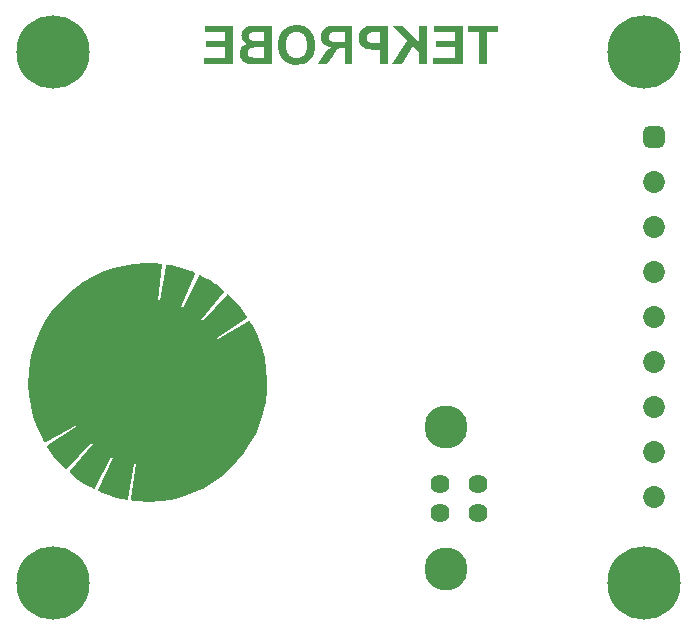
<source format=gbs>
G04*
G04 #@! TF.GenerationSoftware,Altium Limited,Altium Designer,20.0.13 (296)*
G04*
G04 Layer_Color=16711935*
%FSLAX25Y25*%
%MOIN*%
G70*
G01*
G75*
%ADD37C,0.06391*%
%ADD38C,0.14383*%
%ADD39C,0.07296*%
G04:AMPARAMS|DCode=40|XSize=72.96mil|YSize=72.96mil|CornerRadius=20.24mil|HoleSize=0mil|Usage=FLASHONLY|Rotation=270.000|XOffset=0mil|YOffset=0mil|HoleType=Round|Shape=RoundedRectangle|*
%AMROUNDEDRECTD40*
21,1,0.07296,0.03248,0,0,270.0*
21,1,0.03248,0.07296,0,0,270.0*
1,1,0.04048,-0.01624,-0.01624*
1,1,0.04048,-0.01624,0.01624*
1,1,0.04048,0.01624,0.01624*
1,1,0.04048,0.01624,-0.01624*
%
%ADD40ROUNDEDRECTD40*%
%ADD41C,0.24422*%
%ADD54C,0.04737*%
G36*
X144226Y192733D02*
X141644D01*
Y196598D01*
X139545Y198748D01*
X136013Y192733D01*
X132664D01*
X137762Y200563D01*
X132914Y205545D01*
X136396D01*
X141644Y199847D01*
Y205545D01*
X144226D01*
Y192733D01*
D02*
G37*
G36*
X168000Y203379D02*
X164201D01*
Y192733D01*
X161619D01*
Y203379D01*
X157837D01*
Y205545D01*
X168000D01*
Y203379D01*
D02*
G37*
G36*
X156155Y192733D02*
X146425D01*
Y194899D01*
X153572D01*
Y198381D01*
X147158D01*
Y200547D01*
X153572D01*
Y203379D01*
X146675D01*
Y205545D01*
X156155D01*
Y192733D01*
D02*
G37*
G36*
X131298D02*
X128716D01*
Y197565D01*
X126716D01*
X126417Y197581D01*
X126133D01*
X125883Y197598D01*
X125634Y197615D01*
X125417Y197631D01*
X125217Y197648D01*
X125050Y197665D01*
X124884Y197681D01*
X124751Y197698D01*
X124634D01*
X124534Y197715D01*
X124467Y197731D01*
X124417Y197748D01*
X124367D01*
X124118Y197815D01*
X123868Y197898D01*
X123651Y197998D01*
X123451Y198098D01*
X123268Y198198D01*
X123151Y198281D01*
X123068Y198331D01*
X123035Y198348D01*
X122801Y198531D01*
X122585Y198748D01*
X122402Y198947D01*
X122235Y199164D01*
X122102Y199331D01*
X122018Y199480D01*
X121952Y199581D01*
X121935Y199597D01*
Y199614D01*
X121785Y199930D01*
X121685Y200264D01*
X121602Y200597D01*
X121552Y200913D01*
X121519Y201180D01*
Y201296D01*
X121502Y201396D01*
Y201480D01*
Y201546D01*
Y201580D01*
Y201596D01*
Y201880D01*
X121535Y202146D01*
X121619Y202629D01*
X121669Y202863D01*
X121735Y203062D01*
X121802Y203246D01*
X121869Y203429D01*
X121952Y203579D01*
X122018Y203712D01*
X122085Y203829D01*
X122135Y203929D01*
X122185Y203995D01*
X122218Y204045D01*
X122235Y204079D01*
X122252Y204095D01*
X122552Y204429D01*
X122851Y204695D01*
X123168Y204912D01*
X123451Y205078D01*
X123701Y205212D01*
X123818Y205245D01*
X123901Y205278D01*
X123984Y205311D01*
X124034Y205328D01*
X124068Y205345D01*
X124084D01*
X124234Y205378D01*
X124417Y205412D01*
X124634Y205445D01*
X124867Y205462D01*
X125367Y205495D01*
X125900Y205528D01*
X126383D01*
X126600Y205545D01*
X131298D01*
Y192733D01*
D02*
G37*
G36*
X119369D02*
X116787D01*
Y198081D01*
X115954D01*
X115688Y198064D01*
X115471Y198031D01*
X115288Y198014D01*
X115138Y197981D01*
X115055Y197948D01*
X114988Y197931D01*
X114971D01*
X114821Y197864D01*
X114671Y197781D01*
X114538Y197698D01*
X114421Y197615D01*
X114321Y197531D01*
X114255Y197465D01*
X114205Y197415D01*
X114188Y197398D01*
X114105Y197315D01*
X114022Y197215D01*
X113922Y197081D01*
X113822Y196948D01*
X113588Y196632D01*
X113372Y196315D01*
X113155Y196015D01*
X113072Y195882D01*
X112989Y195749D01*
X112922Y195649D01*
X112872Y195582D01*
X112839Y195532D01*
X112822Y195516D01*
X110956Y192733D01*
X107857D01*
X109423Y195232D01*
X109590Y195499D01*
X109757Y195749D01*
X109907Y195982D01*
X110040Y196182D01*
X110173Y196365D01*
X110306Y196532D01*
X110406Y196682D01*
X110506Y196815D01*
X110606Y196932D01*
X110690Y197031D01*
X110806Y197181D01*
X110873Y197265D01*
X110906Y197298D01*
X111123Y197515D01*
X111339Y197715D01*
X111573Y197898D01*
X111789Y198064D01*
X111989Y198198D01*
X112139Y198298D01*
X112256Y198364D01*
X112272Y198381D01*
X112289D01*
X111972Y198431D01*
X111689Y198498D01*
X111423Y198581D01*
X111173Y198664D01*
X110940Y198764D01*
X110740Y198864D01*
X110540Y198964D01*
X110373Y199064D01*
X110223Y199164D01*
X110090Y199264D01*
X109990Y199347D01*
X109907Y199414D01*
X109823Y199480D01*
X109773Y199530D01*
X109757Y199547D01*
X109740Y199564D01*
X109590Y199747D01*
X109457Y199930D01*
X109340Y200130D01*
X109240Y200330D01*
X109090Y200730D01*
X108990Y201113D01*
X108957Y201280D01*
X108940Y201446D01*
X108924Y201580D01*
X108907Y201713D01*
X108890Y201813D01*
Y201880D01*
Y201930D01*
Y201946D01*
X108907Y202363D01*
X108974Y202746D01*
X109074Y203079D01*
X109174Y203379D01*
X109274Y203629D01*
X109324Y203729D01*
X109373Y203812D01*
X109407Y203879D01*
X109440Y203929D01*
X109457Y203945D01*
Y203962D01*
X109690Y204262D01*
X109923Y204528D01*
X110173Y204745D01*
X110423Y204912D01*
X110623Y205045D01*
X110806Y205128D01*
X110873Y205162D01*
X110906Y205178D01*
X110940Y205195D01*
X110956D01*
X111139Y205262D01*
X111339Y205311D01*
X111573Y205362D01*
X111806Y205395D01*
X112306Y205462D01*
X112789Y205495D01*
X113022Y205511D01*
X113239Y205528D01*
X113438D01*
X113605Y205545D01*
X119369D01*
Y192733D01*
D02*
G37*
G36*
X92530D02*
X87732D01*
X87332Y192750D01*
X86649D01*
X86366Y192767D01*
X85883D01*
X85700Y192783D01*
X85533D01*
X85400Y192800D01*
X85200D01*
X85133Y192816D01*
X85066D01*
X84700Y192883D01*
X84367Y192966D01*
X84067Y193050D01*
X83817Y193166D01*
X83617Y193250D01*
X83451Y193333D01*
X83367Y193400D01*
X83334Y193416D01*
X83084Y193616D01*
X82851Y193833D01*
X82667Y194049D01*
X82501Y194266D01*
X82384Y194449D01*
X82284Y194599D01*
X82234Y194699D01*
X82218Y194716D01*
Y194732D01*
X82084Y195049D01*
X81984Y195349D01*
X81901Y195632D01*
X81851Y195899D01*
X81818Y196115D01*
X81801Y196282D01*
Y196349D01*
Y196398D01*
Y196415D01*
Y196432D01*
X81835Y196832D01*
X81901Y197198D01*
X82001Y197531D01*
X82118Y197815D01*
X82234Y198048D01*
X82334Y198214D01*
X82368Y198281D01*
X82401Y198331D01*
X82434Y198348D01*
Y198364D01*
X82701Y198647D01*
X82984Y198897D01*
X83284Y199097D01*
X83567Y199247D01*
X83834Y199381D01*
X83950Y199431D01*
X84034Y199464D01*
X84117Y199497D01*
X84184Y199514D01*
X84217Y199530D01*
X84233D01*
X83934Y199697D01*
X83684Y199864D01*
X83451Y200064D01*
X83267Y200247D01*
X83117Y200413D01*
X83001Y200547D01*
X82934Y200630D01*
X82917Y200663D01*
X82751Y200947D01*
X82634Y201230D01*
X82551Y201513D01*
X82501Y201763D01*
X82451Y201996D01*
X82434Y202163D01*
Y202229D01*
Y202279D01*
Y202296D01*
Y202313D01*
X82451Y202613D01*
X82501Y202896D01*
X82568Y203146D01*
X82634Y203379D01*
X82701Y203562D01*
X82767Y203696D01*
X82817Y203779D01*
X82834Y203812D01*
X82984Y204045D01*
X83151Y204262D01*
X83317Y204445D01*
X83467Y204595D01*
X83617Y204712D01*
X83717Y204812D01*
X83784Y204862D01*
X83817Y204878D01*
X84034Y205012D01*
X84267Y205128D01*
X84500Y205228D01*
X84700Y205295D01*
X84883Y205345D01*
X85017Y205378D01*
X85116Y205412D01*
X85150D01*
X85300Y205428D01*
X85466Y205462D01*
X85816Y205495D01*
X86199Y205511D01*
X86566Y205528D01*
X86899Y205545D01*
X92530D01*
Y192733D01*
D02*
G37*
G36*
X79602D02*
X69873D01*
Y194899D01*
X77020D01*
Y198381D01*
X70606D01*
Y200547D01*
X77020D01*
Y203379D01*
X70122D01*
Y205545D01*
X79602D01*
Y192733D01*
D02*
G37*
G36*
X101360Y205761D02*
X101893Y205695D01*
X102360Y205611D01*
X102576Y205561D01*
X102759Y205528D01*
X102943Y205478D01*
X103093Y205428D01*
X103226Y205378D01*
X103342Y205345D01*
X103443Y205311D01*
X103509Y205278D01*
X103542Y205262D01*
X103559D01*
X103892Y205095D01*
X104192Y204912D01*
X104475Y204728D01*
X104725Y204528D01*
X104925Y204362D01*
X105075Y204229D01*
X105175Y204129D01*
X105192Y204112D01*
X105209Y204095D01*
X105475Y203796D01*
X105708Y203496D01*
X105908Y203212D01*
X106075Y202929D01*
X106208Y202696D01*
X106308Y202513D01*
X106341Y202446D01*
X106375Y202396D01*
X106391Y202363D01*
Y202346D01*
X106591Y201830D01*
X106725Y201263D01*
X106825Y200713D01*
X106908Y200197D01*
X106924Y199964D01*
X106941Y199747D01*
X106958Y199547D01*
Y199381D01*
X106974Y199231D01*
Y199131D01*
Y199064D01*
Y199047D01*
X106958Y198481D01*
X106908Y197965D01*
X106825Y197465D01*
X106708Y196998D01*
X106591Y196565D01*
X106441Y196182D01*
X106291Y195815D01*
X106125Y195499D01*
X105975Y195199D01*
X105825Y194949D01*
X105675Y194732D01*
X105558Y194549D01*
X105442Y194416D01*
X105358Y194316D01*
X105308Y194249D01*
X105292Y194233D01*
X104959Y193933D01*
X104609Y193666D01*
X104242Y193433D01*
X103876Y193233D01*
X103492Y193066D01*
X103126Y192917D01*
X102743Y192816D01*
X102393Y192717D01*
X102060Y192650D01*
X101743Y192600D01*
X101477Y192550D01*
X101227Y192533D01*
X101027Y192517D01*
X100893Y192500D01*
X100760D01*
X100244Y192517D01*
X99761Y192583D01*
X99294Y192667D01*
X98861Y192767D01*
X98461Y192900D01*
X98095Y193050D01*
X97761Y193216D01*
X97462Y193383D01*
X97178Y193533D01*
X96945Y193700D01*
X96745Y193850D01*
X96562Y193983D01*
X96429Y194083D01*
X96345Y194183D01*
X96279Y194233D01*
X96262Y194249D01*
X95962Y194599D01*
X95696Y194966D01*
X95479Y195349D01*
X95279Y195749D01*
X95113Y196149D01*
X94979Y196565D01*
X94863Y196948D01*
X94779Y197331D01*
X94713Y197698D01*
X94646Y198031D01*
X94613Y198331D01*
X94596Y198598D01*
X94579Y198814D01*
X94563Y198981D01*
Y199081D01*
Y199097D01*
Y199114D01*
X94579Y199680D01*
X94629Y200230D01*
X94713Y200730D01*
X94829Y201197D01*
X94963Y201646D01*
X95096Y202046D01*
X95246Y202413D01*
X95412Y202746D01*
X95562Y203029D01*
X95729Y203296D01*
X95862Y203512D01*
X95995Y203696D01*
X96112Y203829D01*
X96195Y203929D01*
X96245Y203995D01*
X96262Y204012D01*
X96595Y204329D01*
X96945Y204595D01*
X97312Y204828D01*
X97678Y205028D01*
X98061Y205212D01*
X98444Y205345D01*
X98811Y205462D01*
X99161Y205561D01*
X99494Y205628D01*
X99811Y205678D01*
X100077Y205728D01*
X100327Y205745D01*
X100527Y205761D01*
X100660Y205778D01*
X100794D01*
X101360Y205761D01*
D02*
G37*
G36*
X53912Y126333D02*
X53930Y126331D01*
X53949Y126330D01*
X55748Y126122D01*
X55748Y126122D01*
X55751Y126121D01*
X55755Y126121D01*
X55777Y126117D01*
X55800Y126113D01*
X55803Y126112D01*
X55806Y126111D01*
X55828Y126103D01*
X55850Y126096D01*
X55853Y126095D01*
X55856Y126094D01*
X55876Y126084D01*
X55897Y126074D01*
X55900Y126072D01*
X55903Y126071D01*
X55922Y126058D01*
X55941Y126046D01*
X55944Y126044D01*
X55946Y126042D01*
X55964Y126027D01*
X55981Y126012D01*
X55983Y126009D01*
X55986Y126007D01*
X56001Y125990D01*
X56016Y125973D01*
X56018Y125970D01*
X56020Y125968D01*
X56033Y125949D01*
X56046Y125930D01*
X56048Y125927D01*
X56049Y125924D01*
X56060Y125903D01*
X56070Y125883D01*
X56071Y125880D01*
X56073Y125877D01*
X56080Y125855D01*
X56088Y125834D01*
X56089Y125830D01*
X56090Y125828D01*
X56094Y125805D01*
X56099Y125782D01*
X56099Y125779D01*
X56100Y125776D01*
X56101Y125753D01*
X56103Y125734D01*
X56103Y125730D01*
Y125730D01*
D01*
X56103Y125727D01*
X56103Y125724D01*
Y125724D01*
X56102Y125701D01*
X56100Y125678D01*
Y125678D01*
X54745Y113955D01*
X55230Y113908D01*
X55293Y113895D01*
X57230Y125519D01*
D01*
X57231Y125524D01*
X57231Y125524D01*
X57231Y125524D01*
X57236Y125545D01*
X57236Y125548D01*
X57238Y125557D01*
X57239Y125560D01*
X57243Y125575D01*
X57243Y125575D01*
X57243Y125575D01*
X57250Y125594D01*
X57261Y125624D01*
X57261Y125624D01*
X57261Y125624D01*
X57271Y125642D01*
X57286Y125670D01*
X57286Y125670D01*
X57286Y125671D01*
X57292Y125680D01*
X57292Y125680D01*
X57292Y125680D01*
X57310Y125705D01*
X57322Y125722D01*
X57322Y125722D01*
X57323Y125722D01*
X57341Y125742D01*
X57358Y125760D01*
X57358Y125760D01*
X57358Y125761D01*
X57377Y125776D01*
X57399Y125794D01*
X57399Y125794D01*
X57399Y125794D01*
X57407Y125800D01*
X57407Y125800D01*
X57407Y125800D01*
X57408Y125800D01*
X57432Y125815D01*
X57452Y125827D01*
X57452Y125827D01*
X57452Y125828D01*
X57476Y125838D01*
X57500Y125849D01*
X57500Y125849D01*
X57500Y125849D01*
X57525Y125856D01*
X57550Y125864D01*
X57550Y125864D01*
X57550Y125864D01*
X57550Y125864D01*
X57560Y125866D01*
X57560Y125866D01*
X57560Y125866D01*
X57560Y125866D01*
X57582Y125870D01*
X57612Y125875D01*
X57612Y125875D01*
X57612Y125875D01*
X57639Y125876D01*
X57664Y125876D01*
X57664Y125876D01*
X57664Y125876D01*
X57692Y125874D01*
X57716Y125871D01*
X57721Y125871D01*
X57722Y125871D01*
X57722Y125871D01*
X58888Y125676D01*
X58900Y125673D01*
X58912Y125672D01*
X61217Y125144D01*
X61228Y125140D01*
X61240Y125138D01*
X63509Y124472D01*
X63521Y124468D01*
X63532Y124465D01*
X65758Y123665D01*
X65768Y123660D01*
X65780Y123656D01*
X66866Y123190D01*
X66866Y123190D01*
X66871Y123188D01*
X66893Y123177D01*
X66916Y123165D01*
X66917Y123165D01*
X66918Y123164D01*
X66938Y123151D01*
X66960Y123136D01*
X66961Y123135D01*
X66961Y123135D01*
X66981Y123117D01*
X66999Y123101D01*
X67000Y123100D01*
X67000Y123100D01*
X67000Y123100D01*
X67006Y123094D01*
X67023Y123074D01*
X67039Y123056D01*
X67040Y123055D01*
X67040Y123054D01*
X67054Y123033D01*
X67068Y123012D01*
X67069Y123011D01*
X67069Y123010D01*
X67081Y122987D01*
X67091Y122965D01*
X67092Y122963D01*
D01*
D01*
X67095Y122956D01*
X67103Y122933D01*
X67111Y122908D01*
X67111Y122907D01*
X67112Y122906D01*
X67117Y122881D01*
X67122Y122857D01*
X67122Y122856D01*
X67122Y122854D01*
X67124Y122829D01*
X67125Y122805D01*
X67125Y122794D01*
X67124Y122768D01*
X67123Y122743D01*
X67122Y122743D01*
X67122Y122742D01*
X67117Y122717D01*
X67113Y122692D01*
X67112Y122691D01*
X67112Y122690D01*
X67106Y122673D01*
X67105Y122668D01*
X67102Y122660D01*
X67098Y122646D01*
X67097Y122644D01*
X67097Y122643D01*
X67097Y122643D01*
X67096Y122642D01*
X67094Y122637D01*
X67094Y122637D01*
X67094Y122636D01*
X67094Y122636D01*
X67094Y122636D01*
X67094Y122636D01*
X67093Y122635D01*
X67092Y122632D01*
X67091Y122628D01*
X62439Y111781D01*
X62973Y111560D01*
X68139Y122117D01*
X68139Y122117D01*
X68139Y122117D01*
X68146Y122129D01*
X68152Y122142D01*
X68159Y122152D01*
X68165Y122163D01*
X68166Y122163D01*
X68166Y122163D01*
X68174Y122174D01*
X68181Y122185D01*
X68190Y122195D01*
X68197Y122204D01*
X68197Y122205D01*
X68198Y122205D01*
X68207Y122214D01*
X68216Y122224D01*
X68225Y122233D01*
X68234Y122242D01*
X68234Y122242D01*
X68234Y122242D01*
X68242Y122247D01*
X68245Y122250D01*
X68255Y122259D01*
X68266Y122266D01*
X68276Y122274D01*
X68276Y122274D01*
X68276Y122274D01*
X68283Y122278D01*
X68288Y122281D01*
X68299Y122288D01*
X68310Y122294D01*
X68321Y122300D01*
X68321Y122300D01*
X68321Y122300D01*
X68329Y122303D01*
X68334Y122305D01*
X68346Y122311D01*
X68358Y122316D01*
X68370Y122320D01*
X68370Y122320D01*
X68370Y122320D01*
X68382Y122324D01*
X68383Y122324D01*
X68396Y122328D01*
X68408Y122331D01*
X68420Y122334D01*
X68420Y122334D01*
X68420Y122334D01*
X68426Y122335D01*
X68434Y122336D01*
X68447Y122338D01*
X68460Y122339D01*
X68472Y122341D01*
X68486Y122341D01*
X68499Y122342D01*
X68512Y122341D01*
X68524Y122341D01*
X68525Y122341D01*
X68525D01*
X68534Y122340D01*
X68538Y122339D01*
X68552Y122338D01*
X68564Y122336D01*
X68577Y122335D01*
X68577Y122334D01*
X68577Y122334D01*
X68588Y122332D01*
X68590Y122331D01*
X68603Y122328D01*
X68615Y122324D01*
X68627Y122321D01*
X68627Y122321D01*
X68627Y122321D01*
X68637Y122317D01*
X68640Y122316D01*
X68653Y122311D01*
X68664Y122306D01*
X68676Y122301D01*
X68676Y122301D01*
X68676Y122301D01*
X69726Y121786D01*
X69736Y121780D01*
X69747Y121775D01*
X71782Y120623D01*
X71792Y120616D01*
X71803Y120610D01*
X73766Y119339D01*
X73776Y119332D01*
X73786Y119325D01*
X75670Y117940D01*
X75679Y117932D01*
X75688Y117925D01*
X76588Y117177D01*
X76588Y117177D01*
X76588Y117177D01*
X76611Y117156D01*
X76626Y117141D01*
X76626Y117141D01*
X76626Y117141D01*
X76646Y117116D01*
X76659Y117101D01*
X76659Y117101D01*
X76659Y117100D01*
X76675Y117074D01*
X76686Y117056D01*
X76686Y117056D01*
X76687Y117056D01*
X76697Y117031D01*
X76708Y117008D01*
X76708Y117008D01*
X76708Y117008D01*
X76715Y116984D01*
X76723Y116958D01*
X76723Y116958D01*
X76723Y116957D01*
X76726Y116934D01*
X76731Y116906D01*
Y116906D01*
X76731Y116906D01*
X76731Y116883D01*
X76732Y116854D01*
X76732Y116853D01*
Y116853D01*
X76729Y116823D01*
X76727Y116801D01*
X76727Y116801D01*
X76727Y116801D01*
X76720Y116773D01*
X76714Y116751D01*
X76714Y116750D01*
X76714Y116750D01*
X76705Y116725D01*
X76696Y116701D01*
X76696Y116701D01*
X76696Y116701D01*
X76681Y116675D01*
X76671Y116655D01*
X76671Y116655D01*
X76670Y116655D01*
X76652Y116629D01*
X76640Y116613D01*
X76640Y116613D01*
X76640Y116613D01*
X69102Y107558D01*
X69569Y107175D01*
X77555Y115847D01*
X77593Y115884D01*
X77635Y115914D01*
X77681Y115940D01*
X77730Y115958D01*
X77781Y115971D01*
X77833Y115976D01*
X77886Y115975D01*
X77938Y115967D01*
X77988Y115952D01*
X78036Y115931D01*
X78081Y115904D01*
X78121Y115871D01*
X78997Y115064D01*
X79005Y115056D01*
X79014Y115047D01*
X80665Y113332D01*
X80673Y113323D01*
X80681Y113314D01*
X82225Y111502D01*
X82233Y111492D01*
X82240Y111483D01*
X83672Y109581D01*
X83679Y109571D01*
X83686Y109561D01*
X84343Y108569D01*
X84343Y108569D01*
X84349Y108558D01*
X84356Y108548D01*
X84362Y108535D01*
X84369Y108523D01*
X84374Y108512D01*
X84379Y108501D01*
X84384Y108487D01*
X84389Y108475D01*
X84392Y108463D01*
X84396Y108451D01*
X84399Y108437D01*
X84403Y108424D01*
X84404Y108412D01*
X84407Y108400D01*
X84407Y108386D01*
X84409Y108372D01*
Y108372D01*
D01*
X84409Y108360D01*
X84410Y108347D01*
Y108347D01*
X84409Y108333D01*
X84409Y108319D01*
X84407Y108307D01*
X84407Y108295D01*
X84404Y108281D01*
X84402Y108267D01*
X84399Y108256D01*
X84396Y108244D01*
X84392Y108230D01*
X84388Y108217D01*
X84383Y108206D01*
X84379Y108194D01*
X84373Y108181D01*
X84368Y108168D01*
X84362Y108158D01*
X84356Y108147D01*
X84348Y108135D01*
X84341Y108123D01*
X84334Y108113D01*
X84327Y108103D01*
X84318Y108093D01*
X84309Y108082D01*
X84301Y108073D01*
X84293Y108064D01*
X84282Y108055D01*
X84272Y108045D01*
X84262Y108037D01*
X84253Y108029D01*
X84241Y108021D01*
X84230Y108013D01*
X84230Y108013D01*
X74384Y101494D01*
X74704Y101014D01*
X84850Y107024D01*
X84852Y107025D01*
X84854Y107026D01*
X84875Y107037D01*
X84897Y107048D01*
X84899Y107049D01*
X84901Y107050D01*
X84923Y107057D01*
X84946Y107065D01*
X84948Y107066D01*
X84951Y107066D01*
X84974Y107071D01*
X84998Y107076D01*
X85000Y107076D01*
X85002Y107077D01*
X85026Y107078D01*
X85050Y107080D01*
X85052Y107080D01*
X85054Y107080D01*
X85079Y107079D01*
X85102Y107077D01*
X85104Y107077D01*
X85107Y107077D01*
X85130Y107072D01*
X85154Y107068D01*
X85156Y107067D01*
X85158Y107066D01*
X85181Y107059D01*
X85204Y107051D01*
X85206Y107050D01*
X85208Y107050D01*
X85229Y107039D01*
X85251Y107029D01*
X85253Y107027D01*
X85255Y107026D01*
X85275Y107013D01*
X85295Y107000D01*
X85296Y106999D01*
X85298Y106997D01*
X85316Y106981D01*
X85335Y106966D01*
X85336Y106964D01*
X85338Y106963D01*
X85353Y106945D01*
X85370Y106927D01*
X85371Y106925D01*
X85372Y106923D01*
X85386Y106904D01*
X85399Y106884D01*
X85399Y106883D01*
X86334Y105306D01*
X86342Y105289D01*
X86351Y105273D01*
X87919Y101958D01*
X87926Y101940D01*
X87933Y101923D01*
X89186Y98477D01*
X89191Y98458D01*
X89197Y98441D01*
X90124Y94893D01*
X90128Y94875D01*
X90132Y94856D01*
X90725Y91237D01*
X90727Y91219D01*
X90729Y91200D01*
X90983Y87542D01*
X90984Y87523D01*
X90984Y87505D01*
X90897Y83838D01*
X90896Y83820D01*
X90895Y83801D01*
X90468Y80159D01*
X90464Y80140D01*
X90461Y80122D01*
X89697Y76535D01*
X89692Y76517D01*
X89688Y76499D01*
X88594Y72999D01*
X88587Y72982D01*
X88581Y72964D01*
X87166Y69581D01*
X87158Y69564D01*
X87151Y69547D01*
X85427Y66309D01*
X85418Y66294D01*
X85408Y66277D01*
X83392Y63214D01*
X83381Y63199D01*
X83370Y63184D01*
X81078Y60322D01*
X81065Y60308D01*
X81053Y60294D01*
X78504Y57657D01*
X78491Y57644D01*
X78477Y57631D01*
X75695Y55243D01*
X75680Y55231D01*
X75665Y55220D01*
X72673Y53100D01*
X72657Y53090D01*
X72641Y53080D01*
X69464Y51247D01*
X69448Y51239D01*
X69431Y51230D01*
X66098Y49701D01*
X66081Y49694D01*
X66064Y49687D01*
X62603Y48474D01*
X62585Y48469D01*
X62567Y48464D01*
X59008Y47578D01*
X58990Y47575D01*
X58972Y47571D01*
X55346Y47019D01*
X55327Y47018D01*
X55309Y47016D01*
X51648Y46804D01*
X51629Y46804D01*
X51610Y46803D01*
X47946Y46933D01*
X47927Y46935D01*
X47908Y46936D01*
X46090Y47170D01*
X46038Y47181D01*
X45989Y47197D01*
X45942Y47220D01*
X45898Y47249D01*
X45858Y47284D01*
X45824Y47323D01*
X45794Y47367D01*
X45771Y47414D01*
X45754Y47463D01*
X45744Y47515D01*
X45740Y47567D01*
X45744Y47619D01*
X47252Y59309D01*
X47133Y59320D01*
X46684Y59410D01*
X44590Y47798D01*
X44586Y47781D01*
X44583Y47765D01*
X44580Y47756D01*
X44578Y47747D01*
X44572Y47731D01*
X44566Y47715D01*
X44562Y47707D01*
X44558Y47698D01*
X44550Y47683D01*
X44543Y47668D01*
X44538Y47660D01*
X44533Y47652D01*
X44523Y47638D01*
X44514Y47625D01*
X44508Y47618D01*
X44502Y47610D01*
X44490Y47598D01*
X44479Y47585D01*
X44479Y47585D01*
X44472Y47579D01*
X44466Y47572D01*
X44452Y47562D01*
X44440Y47551D01*
X44432Y47545D01*
X44424Y47539D01*
X44410Y47531D01*
X44396Y47522D01*
X44388Y47517D01*
X44379Y47513D01*
X44364Y47506D01*
X44349Y47498D01*
X44340Y47495D01*
X44331Y47491D01*
X44315Y47487D01*
X44300Y47482D01*
X44290Y47480D01*
X44281Y47477D01*
X44265Y47475D01*
X44248Y47471D01*
X44238Y47471D01*
X44229Y47469D01*
X44212Y47469D01*
X44196Y47468D01*
X44186Y47469D01*
X44177Y47468D01*
X44160Y47470D01*
X44144Y47471D01*
X44134Y47473D01*
X44125Y47474D01*
X42955Y47685D01*
X42944Y47688D01*
X42932Y47690D01*
X40622Y48252D01*
X40611Y48256D01*
X40599Y48258D01*
X38328Y48959D01*
X38317Y48963D01*
X38305Y48966D01*
X36081Y49802D01*
X36070Y49807D01*
X36058Y49812D01*
X34973Y50296D01*
X34927Y50320D01*
X34884Y50350D01*
X34846Y50386D01*
X34812Y50426D01*
X34784Y50471D01*
X34762Y50518D01*
X34747Y50568D01*
X34738Y50620D01*
X34736Y50673D01*
X34741Y50725D01*
X34752Y50776D01*
X34771Y50825D01*
X39575Y61592D01*
X39384Y61671D01*
X39057Y61846D01*
X33717Y51327D01*
X33717Y51327D01*
X33711Y51318D01*
X33707Y51308D01*
X33698Y51296D01*
X33690Y51282D01*
X33683Y51274D01*
X33678Y51265D01*
X33667Y51253D01*
X33658Y51241D01*
X33650Y51233D01*
X33643Y51225D01*
X33632Y51215D01*
X33620Y51204D01*
X33612Y51198D01*
X33604Y51191D01*
X33591Y51182D01*
X33578Y51173D01*
X33569Y51168D01*
X33560Y51161D01*
X33546Y51155D01*
X33533Y51147D01*
X33523Y51143D01*
X33513Y51138D01*
X33498Y51133D01*
X33484Y51128D01*
X33474Y51125D01*
X33463Y51121D01*
X33448Y51118D01*
X33433Y51115D01*
X33422Y51113D01*
X33412Y51111D01*
X33397Y51110D01*
X33381Y51108D01*
X33370Y51108D01*
X33360Y51108D01*
X33344Y51109D01*
X33329Y51109D01*
X33318Y51111D01*
X33307Y51111D01*
X33292Y51114D01*
X33277Y51116D01*
X33266Y51119D01*
X33256Y51121D01*
X33241Y51126D01*
X33226Y51131D01*
X33216Y51135D01*
X33206Y51138D01*
X33192Y51145D01*
X33178Y51151D01*
X32116Y51690D01*
X32106Y51697D01*
X32095Y51702D01*
X30040Y52907D01*
X30030Y52914D01*
X30019Y52920D01*
X28041Y54246D01*
X28031Y54254D01*
X28021Y54260D01*
X26127Y55704D01*
X26117Y55712D01*
X26108Y55720D01*
X25206Y56498D01*
X25206Y56498D01*
X25168Y56534D01*
X25136Y56576D01*
X25110Y56621D01*
X25089Y56669D01*
X25075Y56720D01*
X25068Y56772D01*
X25067Y56824D01*
X25074Y56876D01*
X25087Y56927D01*
X25107Y56975D01*
X25116Y56992D01*
X25133Y57021D01*
X25164Y57063D01*
X32866Y65993D01*
X32651Y66170D01*
X32439Y66382D01*
X24300Y57847D01*
X24300Y57847D01*
D01*
X24296Y57844D01*
X24296Y57844D01*
X24293Y57840D01*
X24293Y57840D01*
X24277Y57826D01*
X24261Y57811D01*
X24257Y57809D01*
X24254Y57806D01*
X24236Y57794D01*
X24218Y57781D01*
X24214Y57779D01*
X24210Y57776D01*
X24191Y57767D01*
X24172Y57757D01*
X24167Y57755D01*
X24163Y57753D01*
X24142Y57746D01*
X24123Y57739D01*
X24118Y57738D01*
X24113Y57736D01*
X24092Y57732D01*
X24071Y57727D01*
X24067Y57727D01*
X24062Y57726D01*
X24040Y57725D01*
X24019Y57723D01*
X24014Y57723D01*
X24010Y57723D01*
X23988Y57724D01*
X23967Y57725D01*
X23962Y57726D01*
X23957Y57726D01*
X23936Y57730D01*
X23915Y57734D01*
X23911Y57736D01*
X23906Y57736D01*
X23886Y57743D01*
X23865Y57750D01*
X23861Y57752D01*
X23856Y57753D01*
X23837Y57763D01*
X23817Y57772D01*
X23813Y57774D01*
X23809Y57776D01*
X23791Y57788D01*
X23773Y57800D01*
X23769Y57803D01*
X23765Y57806D01*
X23750Y57820D01*
X23733Y57833D01*
X22886Y58641D01*
X22878Y58650D01*
X22869Y58658D01*
X21274Y60371D01*
X21267Y60381D01*
X21259Y60389D01*
X19769Y62194D01*
X19761Y62204D01*
X19754Y62213D01*
X18373Y64103D01*
X18367Y64113D01*
X18360Y64123D01*
X17727Y65107D01*
X17702Y65153D01*
X17683Y65202D01*
X17670Y65253D01*
X17664Y65305D01*
X17665Y65357D01*
X17672Y65402D01*
X17673Y65409D01*
X17687Y65459D01*
X17708Y65507D01*
X17735Y65552D01*
X17768Y65593D01*
X17805Y65630D01*
X17848Y65661D01*
X27773Y72042D01*
X27514Y72429D01*
X27461Y72528D01*
X17241Y66658D01*
X17194Y66635D01*
X17144Y66618D01*
X17093Y66608D01*
X17041Y66605D01*
X16988Y66608D01*
X16937Y66619D01*
X16887Y66636D01*
X16840Y66659D01*
X16797Y66688D01*
X16757Y66723D01*
X16723Y66762D01*
X16694Y66806D01*
X15792Y68377D01*
X15783Y68394D01*
X15775Y68410D01*
X14266Y71704D01*
X14260Y71722D01*
X14253Y71738D01*
X13053Y75157D01*
X13048Y75175D01*
X13042Y75193D01*
X12162Y78708D01*
X12159Y78726D01*
X12155Y78744D01*
X11601Y82324D01*
X11599Y82343D01*
X11597Y82361D01*
X11374Y85978D01*
X11374Y85996D01*
X11373Y86014D01*
X11484Y89636D01*
X11485Y89654D01*
X11487Y89673D01*
X11929Y93269D01*
X11932Y93287D01*
X11935Y93305D01*
X12706Y96846D01*
X12711Y96864D01*
X12716Y96881D01*
X13808Y100336D01*
X13815Y100353D01*
X13821Y100371D01*
X15226Y103710D01*
X15235Y103727D01*
X15242Y103744D01*
X16949Y106940D01*
X16958Y106956D01*
X16967Y106972D01*
X18960Y109998D01*
X18971Y110013D01*
X18982Y110028D01*
X21244Y112858D01*
X21256Y112872D01*
X21268Y112886D01*
X23780Y115497D01*
X23794Y115509D01*
X23807Y115522D01*
X26549Y117891D01*
X26563Y117902D01*
X26578Y117914D01*
X29525Y120021D01*
X29541Y120031D01*
X29556Y120041D01*
X32685Y121869D01*
X32701Y121877D01*
X32718Y121886D01*
X36001Y123419D01*
X36018Y123425D01*
X36035Y123433D01*
X39445Y124657D01*
X39463Y124662D01*
X39480Y124668D01*
X42989Y125574D01*
X43007Y125578D01*
X43025Y125582D01*
X46601Y126162D01*
X46620Y126164D01*
X46638Y126166D01*
X50253Y126416D01*
X50271Y126416D01*
X50289Y126416D01*
X53912Y126333D01*
D02*
G37*
%LPC*%
G36*
X128716Y203379D02*
X127000D01*
X126783Y203362D01*
X126433D01*
X126283Y203346D01*
X126150D01*
X126017Y203329D01*
X125833Y203312D01*
X125717Y203296D01*
X125634Y203279D01*
X125617D01*
X125400Y203229D01*
X125200Y203146D01*
X125017Y203046D01*
X124867Y202946D01*
X124751Y202863D01*
X124651Y202779D01*
X124601Y202729D01*
X124584Y202713D01*
X124451Y202529D01*
X124351Y202346D01*
X124267Y202146D01*
X124217Y201963D01*
X124184Y201813D01*
X124168Y201680D01*
Y201596D01*
Y201563D01*
X124184Y201346D01*
X124217Y201163D01*
X124267Y200980D01*
X124318Y200830D01*
X124367Y200713D01*
X124417Y200630D01*
X124451Y200563D01*
X124467Y200547D01*
X124584Y200397D01*
X124717Y200280D01*
X124851Y200164D01*
X124984Y200080D01*
X125101Y200014D01*
X125200Y199964D01*
X125267Y199947D01*
X125284Y199930D01*
X125384Y199897D01*
X125517Y199864D01*
X125650Y199830D01*
X125817Y199814D01*
X126150Y199780D01*
X126483Y199764D01*
X126800Y199747D01*
X126950Y199730D01*
X128716D01*
Y203379D01*
D02*
G37*
G36*
X116787D02*
X113822D01*
X113638Y203362D01*
X113239D01*
X113155Y203346D01*
X112955D01*
X112905Y203329D01*
X112889D01*
X112672Y203279D01*
X112472Y203212D01*
X112306Y203129D01*
X112156Y203046D01*
X112056Y202962D01*
X111972Y202896D01*
X111922Y202846D01*
X111906Y202829D01*
X111789Y202663D01*
X111706Y202496D01*
X111639Y202329D01*
X111606Y202163D01*
X111573Y202013D01*
X111556Y201896D01*
Y201813D01*
Y201780D01*
X111573Y201580D01*
X111589Y201396D01*
X111639Y201230D01*
X111689Y201080D01*
X111739Y200963D01*
X111773Y200880D01*
X111806Y200830D01*
X111822Y200813D01*
X111922Y200680D01*
X112056Y200563D01*
X112172Y200480D01*
X112289Y200397D01*
X112389Y200347D01*
X112472Y200313D01*
X112539Y200280D01*
X112556D01*
X112655Y200247D01*
X112789Y200230D01*
X112939Y200214D01*
X113105Y200197D01*
X113488Y200164D01*
X113888Y200147D01*
X114255D01*
X114421Y200130D01*
X116787D01*
Y203379D01*
D02*
G37*
G36*
X89948Y203412D02*
X87349D01*
X87149Y203396D01*
X86682D01*
X86566Y203379D01*
X86349D01*
X86283Y203362D01*
X86266D01*
X86033Y203312D01*
X85833Y203262D01*
X85666Y203179D01*
X85533Y203112D01*
X85416Y203029D01*
X85350Y202979D01*
X85300Y202929D01*
X85283Y202912D01*
X85167Y202763D01*
X85083Y202613D01*
X85033Y202446D01*
X84983Y202296D01*
X84967Y202163D01*
X84950Y202046D01*
Y201979D01*
Y201946D01*
X84967Y201730D01*
X85017Y201530D01*
X85066Y201363D01*
X85133Y201213D01*
X85216Y201097D01*
X85266Y201013D01*
X85316Y200963D01*
X85333Y200947D01*
X85483Y200813D01*
X85666Y200713D01*
X85833Y200630D01*
X86000Y200563D01*
X86149Y200530D01*
X86266Y200497D01*
X86349Y200480D01*
X86466D01*
X86566Y200464D01*
X87132D01*
X87466Y200447D01*
X89948D01*
Y203412D01*
D02*
G37*
G36*
Y198314D02*
X87266D01*
X86999Y198298D01*
X86766Y198281D01*
X86549Y198264D01*
X86366D01*
X86199Y198248D01*
X86049Y198231D01*
X85933Y198214D01*
X85833Y198198D01*
X85750Y198181D01*
X85683Y198164D01*
X85600Y198148D01*
X85566Y198131D01*
X85383Y198048D01*
X85216Y197965D01*
X85066Y197864D01*
X84950Y197765D01*
X84867Y197681D01*
X84800Y197598D01*
X84767Y197548D01*
X84750Y197531D01*
X84650Y197381D01*
X84583Y197215D01*
X84533Y197048D01*
X84500Y196898D01*
X84483Y196765D01*
X84467Y196665D01*
Y196598D01*
Y196565D01*
X84483Y196315D01*
X84517Y196099D01*
X84583Y195915D01*
X84650Y195765D01*
X84717Y195632D01*
X84783Y195549D01*
X84817Y195482D01*
X84833Y195466D01*
X84983Y195332D01*
X85133Y195216D01*
X85300Y195132D01*
X85450Y195066D01*
X85583Y195016D01*
X85683Y194982D01*
X85750Y194966D01*
X85783D01*
X85866Y194949D01*
X85966D01*
X86083Y194932D01*
X86216D01*
X86499Y194916D01*
X86799D01*
X87082Y194899D01*
X89948D01*
Y198314D01*
D02*
G37*
G36*
X100910Y203562D02*
X100760D01*
X100460Y203546D01*
X100194Y203512D01*
X99927Y203462D01*
X99677Y203396D01*
X99461Y203312D01*
X99244Y203212D01*
X99044Y203112D01*
X98878Y203012D01*
X98728Y202912D01*
X98578Y202813D01*
X98461Y202713D01*
X98378Y202629D01*
X98295Y202563D01*
X98245Y202513D01*
X98211Y202479D01*
X98195Y202463D01*
X98028Y202246D01*
X97878Y202013D01*
X97745Y201763D01*
X97628Y201496D01*
X97545Y201230D01*
X97462Y200947D01*
X97345Y200413D01*
X97312Y200164D01*
X97278Y199930D01*
X97262Y199730D01*
X97245Y199547D01*
X97228Y199397D01*
Y199281D01*
Y199214D01*
Y199181D01*
X97245Y198781D01*
X97278Y198398D01*
X97328Y198048D01*
X97378Y197715D01*
X97462Y197415D01*
X97545Y197148D01*
X97628Y196898D01*
X97728Y196665D01*
X97828Y196482D01*
X97911Y196299D01*
X97995Y196165D01*
X98078Y196049D01*
X98128Y195949D01*
X98178Y195882D01*
X98211Y195849D01*
X98228Y195832D01*
X98411Y195632D01*
X98611Y195466D01*
X98828Y195316D01*
X99044Y195182D01*
X99244Y195082D01*
X99461Y194982D01*
X99861Y194849D01*
X100044Y194816D01*
X100210Y194782D01*
X100377Y194749D01*
X100510Y194732D01*
X100610Y194716D01*
X100760D01*
X101043Y194732D01*
X101310Y194766D01*
X101577Y194816D01*
X101810Y194899D01*
X102043Y194982D01*
X102243Y195066D01*
X102443Y195166D01*
X102610Y195282D01*
X102776Y195382D01*
X102909Y195482D01*
X103026Y195565D01*
X103126Y195665D01*
X103209Y195732D01*
X103259Y195782D01*
X103293Y195815D01*
X103309Y195832D01*
X103492Y196049D01*
X103642Y196299D01*
X103776Y196565D01*
X103892Y196832D01*
X103976Y197098D01*
X104059Y197381D01*
X104175Y197915D01*
X104226Y198164D01*
X104259Y198398D01*
X104276Y198614D01*
X104292Y198798D01*
X104309Y198931D01*
Y199047D01*
Y199131D01*
Y199147D01*
X104292Y199547D01*
X104259Y199930D01*
X104226Y200280D01*
X104159Y200597D01*
X104092Y200897D01*
X104009Y201163D01*
X103909Y201413D01*
X103826Y201630D01*
X103742Y201830D01*
X103642Y201996D01*
X103559Y202146D01*
X103492Y202263D01*
X103426Y202346D01*
X103376Y202413D01*
X103359Y202446D01*
X103342Y202463D01*
X103159Y202663D01*
X102943Y202829D01*
X102743Y202979D01*
X102526Y203096D01*
X102310Y203212D01*
X102093Y203296D01*
X101676Y203429D01*
X101493Y203479D01*
X101310Y203512D01*
X101160Y203529D01*
X101027Y203546D01*
X100910Y203562D01*
D02*
G37*
%LPD*%
D37*
X161165Y52921D02*
D03*
Y43079D02*
D03*
X148567D02*
D03*
Y52921D02*
D03*
D38*
X150535Y24299D02*
D03*
X150535Y71701D02*
D03*
D39*
X220091Y48500D02*
D03*
Y63500D02*
D03*
Y78500D02*
D03*
Y93500D02*
D03*
Y153500D02*
D03*
Y138500D02*
D03*
Y123500D02*
D03*
Y108500D02*
D03*
D40*
Y168500D02*
D03*
D41*
X216535Y196850D02*
D03*
Y19685D02*
D03*
X19685D02*
D03*
Y196850D02*
D03*
D54*
X60261Y117594D02*
D03*
X68729Y113712D02*
D03*
X75754Y107552D02*
D03*
X80867Y99301D02*
D03*
X41670Y55764D02*
D03*
X33200Y59802D02*
D03*
X26287Y66059D02*
D03*
X21305Y74382D02*
D03*
M02*

</source>
